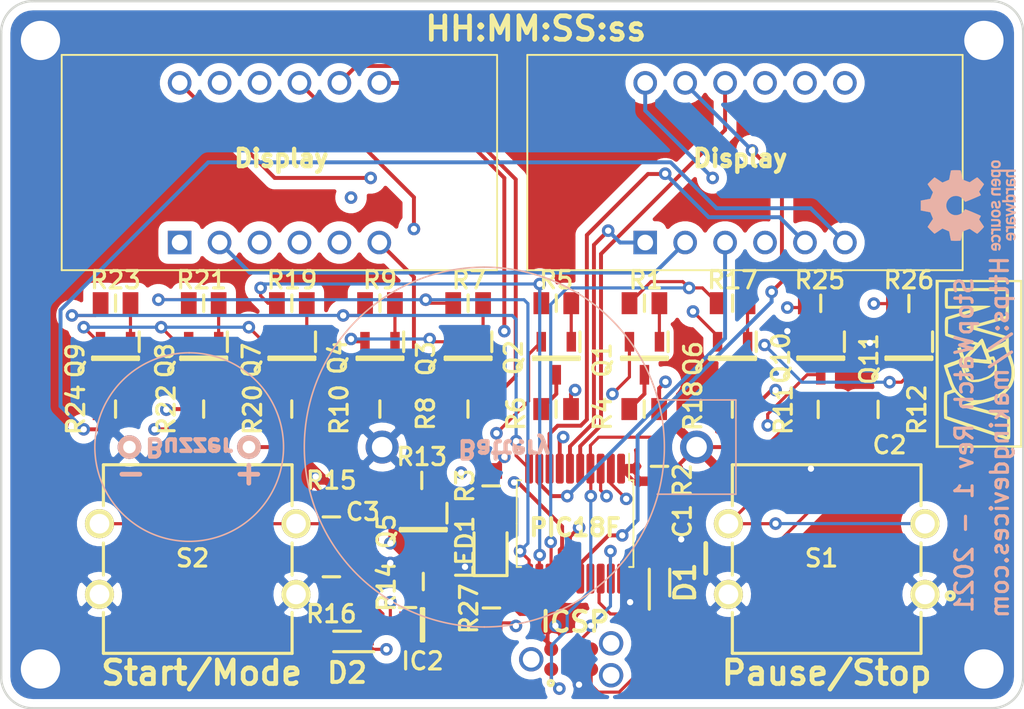
<source format=kicad_pcb>
(kicad_pcb (version 20171130) (host pcbnew "(5.1.10)-1")
  (layers (0 F.Cu signal hide) (1 In1.Cu signal hide) (2 In2.Cu signal hide) (31 B.Cu signal hide) (34 B.Paste user) (35 F.Paste user) (36 B.SilkS user) (37 F.SilkS user) (38 B.Mask user) (39 F.Mask user) (44 Edge.Cuts user))
  (net 0 "")
  (net 1 gnd)
  (net 2 +3V)
  (net 3 /B_2)
  (net 4 /B_1)
  (net 5 "Net-(IC1-Pad17)")
  (net 6 /D_a)
  (net 7 /D_b)
  (net 8 /D_c)
  (net 9 /C_1)
  (net 10 /C_2)
  (net 11 /C_3)
  (net 12 /C_4)
  (net 13 /D_dp)
  (net 14 /D_g)
  (net 15 /D_d)
  (net 16 /D_e)
  (net 17 /D_f)
  (net 18 /C_Buzzer)
  (net 19 "Net-(LED1-Pad2)")
  (net 20 "Net-(LS1-Pad1)")
  (net 21 "Net-(Q1-Pad3)")
  (net 22 "Net-(Q1-Pad1)")
  (net 23 "Net-(Q2-Pad3)")
  (net 24 "Net-(Q2-Pad1)")
  (net 25 "Net-(Q3-Pad3)")
  (net 26 "Net-(Q3-Pad1)")
  (net 27 "Net-(Q4-Pad3)")
  (net 28 "Net-(Q4-Pad1)")
  (net 29 "Net-(Q5-Pad3)")
  (net 30 "Net-(Q5-Pad1)")
  (net 31 /CC_1)
  (net 32 /CC_2)
  (net 33 /CC_3)
  (net 34 /CC_4)
  (net 35 "Net-(R11-Pad1)")
  (net 36 "Net-(R15-Pad1)")
  (net 37 /MCLR)
  (net 38 "Net-(J1-Pad6)")
  (net 39 /C_U13)
  (net 40 /C_display)
  (net 41 "Net-(IC2-Pad1)")
  (net 42 /U3)
  (net 43 "Net-(Q6-Pad3)")
  (net 44 /U1)
  (net 45 "Net-(Q6-Pad1)")
  (net 46 "Net-(Q7-Pad3)")
  (net 47 "Net-(Q7-Pad1)")
  (net 48 "Net-(Q8-Pad3)")
  (net 49 "Net-(Q8-Pad1)")
  (net 50 "Net-(Q9-Pad3)")
  (net 51 "Net-(Q9-Pad1)")
  (net 52 "Net-(Q10-Pad1)")
  (net 53 "Net-(Q11-Pad1)")
  (net 54 /CC_5)
  (net 55 /CC_6)
  (net 56 /CC_7)
  (net 57 /CC_8)
  (net 58 "Net-(C2-Pad1)")
  (net 59 "Net-(C3-Pad1)")
  (module SamacSys_Parts:B3F-4000 (layer F.Cu) (at 38.502 66.506)
    (fp_text reference S2 (at -0.33 -0.055) (layer F.SilkS) (effects (font (size 1.1 1.1) (thickness 0.2))))
    (fp_text value B3F-4050-SamacSys_Parts hide)
    (pad 4 thru_hole circle (at -6.25 -2.25 90) (size 1.85 1.85) (drill 1.25) (layers *.Cu *.Mask F.SilkS) (net 36 "Net-(R15-Pad1)"))
    (pad 3 thru_hole circle (at 6.25 -2.25 90) (size 1.85 1.85) (drill 1.25) (layers *.Cu *.Mask F.SilkS) (net 36 "Net-(R15-Pad1)"))
    (pad 2 thru_hole circle (at -6.25 2.25 90) (size 1.85 1.85) (drill 1.25) (layers *.Cu *.Mask F.SilkS) (net 1 gnd))
    (pad 1 thru_hole circle (at 6.25 2.25 90) (size 1.85 1.85) (drill 1.25) (layers *.Cu *.Mask F.SilkS) (net 1 gnd))
  )
  (module Package_SO:SSOP-20_5.3x7.2mm_P0.65mm (layer F.Cu) (at 62.5 64.25 270)
    (fp_text reference IC1 hide)
    (fp_text value PIC18LF14K50-I_SO hide)
    (pad 20 smd roundrect (at 3.5 -2.925 270) (size 1.9 0.5) (layers F.Cu F.Paste F.Mask) (net 1 gnd))
    (pad 19 smd roundrect (at 3.5 -2.275 270) (size 1.9 0.5) (layers F.Cu F.Paste F.Mask) (net 4 /B_1))
    (pad 18 smd roundrect (at 3.5 -1.625 270) (size 1.9 0.5) (layers F.Cu F.Paste F.Mask) (net 3 /B_2))
    (pad 17 smd roundrect (at 3.5 -0.975 270) (size 1.9 0.5) (layers F.Cu F.Paste F.Mask) (net 5 "Net-(IC1-Pad17)"))
    (pad 16 smd roundrect (at 3.5 -0.325 270) (size 1.9 0.5) (layers F.Cu F.Paste F.Mask) (net 6 /D_a))
    (pad 15 smd roundrect (at 3.5 0.325 270) (size 1.9 0.5) (layers F.Cu F.Paste F.Mask) (net 7 /D_b))
    (pad 14 smd roundrect (at 3.5 0.975 270) (size 1.9 0.5) (layers F.Cu F.Paste F.Mask) (net 8 /D_c))
    (pad 13 smd roundrect (at 3.5 1.625 270) (size 1.9 0.5) (layers F.Cu F.Paste F.Mask) (net 9 /C_1))
    (pad 12 smd roundrect (at 3.5 2.275 270) (size 1.9 0.5) (layers F.Cu F.Paste F.Mask) (net 10 /C_2))
    (pad 11 smd roundrect (at 3.5 2.925 270) (size 1.9 0.5) (layers F.Cu F.Paste F.Mask) (net 11 /C_3))
    (pad 10 smd roundrect (at -3.5 2.925 270) (size 1.9 0.5) (layers F.Cu F.Paste F.Mask) (net 12 /C_4))
    (pad 9 smd roundrect (at -3.5 2.275 270) (size 1.9 0.5) (layers F.Cu F.Paste F.Mask) (net 13 /D_dp))
    (pad 8 smd roundrect (at -3.5 1.625 270) (size 1.9 0.5) (layers F.Cu F.Paste F.Mask) (net 14 /D_g))
    (pad 7 smd roundrect (at -3.5 0.975 270) (size 1.9 0.5) (layers F.Cu F.Paste F.Mask) (net 15 /D_d))
    (pad 6 smd roundrect (at -3.5 0.325 270) (size 1.9 0.5) (layers F.Cu F.Paste F.Mask) (net 16 /D_e))
    (pad 5 smd roundrect (at -3.5 -0.325 270) (size 1.9 0.5) (layers F.Cu F.Paste F.Mask) (net 17 /D_f))
    (pad 4 smd roundrect (at -3.5 -0.975 270) (size 1.9 0.5) (layers F.Cu F.Paste F.Mask) (net 37 /MCLR))
    (pad 3 smd roundrect (at -3.5 -1.625 270) (size 1.9 0.5) (layers F.Cu F.Paste F.Mask) (net 39 /C_U13))
    (pad 2 smd roundrect (at -3.5 -2.275 270) (size 1.9 0.5) (layers F.Cu F.Paste F.Mask) (net 18 /C_Buzzer))
    (pad 1 smd roundrect (at -3.5 -2.925 270) (size 1.9 0.5) (layers F.Cu F.Paste F.Mask) (net 2 +3V))
  )
  (module Library_Loader:TC2030-MCP-NL (layer F.Cu) (at 62.25 72.885)
    (fp_text reference J1 hide)
    (fp_text value TC2030-MCP-NL hide)
    (fp_text user ICSP (at 0.25 -2.385) (layer F.SilkS) (effects (font (size 1.27 1.27) (thickness 0.254))))
    (pad 9 thru_hole circle (at 2.54 1.016) (size 1.55 1.55) (drill 1.0668) (layers *.Cu *.Mask))
    (pad 8 thru_hole circle (at 2.54 -1.016) (size 1.55 1.55) (drill 1.0668) (layers *.Cu *.Mask))
    (pad 7 thru_hole circle (at -2.54 0) (size 1.55 1.55) (drill 1.0668) (layers *.Cu *.Mask))
    (pad 6 smd circle (at 1.27 -0.635 90) (size 0.889 0.889) (layers F.Cu F.Paste F.Mask) (net 38 "Net-(J1-Pad6)"))
    (pad 5 smd circle (at 1.27 0.635 90) (size 0.889 0.889) (layers F.Cu F.Paste F.Mask) (net 3 /B_2))
    (pad 4 smd circle (at 0 -0.635 90) (size 0.889 0.889) (layers F.Cu F.Paste F.Mask) (net 4 /B_1))
    (pad 3 smd circle (at 0 0.635 90) (size 0.889 0.889) (layers F.Cu F.Paste F.Mask) (net 1 gnd))
    (pad 2 smd circle (at -1.27 -0.635 90) (size 0.889 0.889) (layers F.Cu F.Paste F.Mask) (net 2 +3V))
    (pad 1 smd circle (at -1.27 0.635 90) (size 0.889 0.889) (layers F.Cu F.Paste F.Mask) (net 37 /MCLR))
  )
  (module Library_Loader:SOD2513X120N (layer F.Cu) (at 48 71.75 180)
    (fp_text reference D2 (at 0 -2) (layer F.SilkS) (effects (font (size 1.27 1.27) (thickness 0.254))))
    (fp_text value ZLLS410TA hide)
    (pad 2 smd rect (at 1.162 0 270) (size 0.5 1.075) (layers F.Cu F.Paste F.Mask) (net 59 "Net-(C3-Pad1)"))
    (pad 1 smd rect (at -1.162 0 270) (size 0.5 1.075) (layers F.Cu F.Paste F.Mask) (net 4 /B_1))
  )
  (module Library_Loader:SOD2513X120N (layer F.Cu) (at 67.87 68 90)
    (fp_text reference D1 (at 0 1.63 90) (layer F.SilkS) (effects (font (size 1.27 1.27) (thickness 0.254))))
    (fp_text value ZLLS410TA hide)
    (pad 2 smd rect (at 1.162 0 180) (size 0.5 1.075) (layers F.Cu F.Paste F.Mask) (net 58 "Net-(C2-Pad1)"))
    (pad 1 smd rect (at -1.162 0 180) (size 0.5 1.075) (layers F.Cu F.Paste F.Mask) (net 3 /B_2))
  )
  (module User:4Display-7segment (layer F.Cu) (at 73.43 40.5 90)
    (fp_text reference U3 hide)
    (fp_text value CC56-12EWA hide)
    (pad 5 thru_hole circle (at -5.86 3.69 90) (size 1.5 1.5) (drill 1) (layers *.Cu *.Mask) (net 14 /D_g))
    (pad 11 thru_hole circle (at 4.3 -3.93 90) (size 1.5 1.5) (drill 1) (layers *.Cu *.Mask) (net 6 /D_a))
    (pad 12 thru_hole circle (at 4.3 -6.47 90) (size 1.5 1.5) (drill 1) (layers *.Cu *.Mask) (net 54 /CC_5))
    (pad 10 thru_hole circle (at 4.3 -1.39 90) (size 1.5 1.5) (drill 1) (layers *.Cu *.Mask) (net 17 /D_f))
    (pad 9 thru_hole circle (at 4.3 1.15 90) (size 1.5 1.5) (drill 1) (layers *.Cu *.Mask) (net 55 /CC_6))
    (pad 8 thru_hole circle (at 4.3 3.69 90) (size 1.5 1.5) (drill 1) (layers *.Cu *.Mask) (net 56 /CC_7))
    (pad 6 thru_hole circle (at -5.86 6.23 90) (size 1.5 1.5) (drill 1) (layers *.Cu *.Mask) (net 57 /CC_8))
    (pad 7 thru_hole circle (at 4.3 6.23 90) (size 1.5 1.5) (drill 1) (layers *.Cu *.Mask) (net 7 /D_b))
    (pad 3 thru_hole circle (at -5.86 -1.39 90) (size 1.5 1.5) (drill 1) (layers *.Cu *.Mask) (net 13 /D_dp))
    (pad 4 thru_hole circle (at -5.86 1.15 90) (size 1.5 1.5) (drill 1) (layers *.Cu *.Mask) (net 8 /D_c))
    (pad 1 thru_hole rect (at -5.86 -6.47 90) (size 1.5 1.5) (drill 1) (layers *.Cu *.Mask) (net 16 /D_e))
    (pad 2 thru_hole circle (at -5.86 -3.93 90) (size 1.5 1.5) (drill 1) (layers *.Cu *.Mask) (net 15 /D_d))
  )
  (module Display_7Segment:CA56-12EWA (layer F.Cu) (at 37.35 46.36 90)
    (fp_text reference U1 hide)
    (fp_text value CC56-12EWA hide)
    (pad 12 thru_hole circle (at 10.16 0 90) (size 1.5 1.5) (drill 1) (layers *.Cu *.Mask) (net 31 /CC_1))
    (pad 11 thru_hole circle (at 10.16 2.54 90) (size 1.5 1.5) (drill 1) (layers *.Cu *.Mask) (net 6 /D_a))
    (pad 10 thru_hole circle (at 10.16 5.08 90) (size 1.5 1.5) (drill 1) (layers *.Cu *.Mask) (net 17 /D_f))
    (pad 9 thru_hole circle (at 10.16 7.62 90) (size 1.5 1.5) (drill 1) (layers *.Cu *.Mask) (net 32 /CC_2))
    (pad 8 thru_hole circle (at 10.16 10.16 90) (size 1.5 1.5) (drill 1) (layers *.Cu *.Mask) (net 33 /CC_3))
    (pad 7 thru_hole circle (at 10.16 12.7 90) (size 1.5 1.5) (drill 1) (layers *.Cu *.Mask) (net 7 /D_b))
    (pad 6 thru_hole circle (at 0 12.7 90) (size 1.5 1.5) (drill 1) (layers *.Cu *.Mask) (net 34 /CC_4))
    (pad 5 thru_hole circle (at 0 10.16 90) (size 1.5 1.5) (drill 1) (layers *.Cu *.Mask) (net 14 /D_g))
    (pad 4 thru_hole circle (at 0 7.62 90) (size 1.5 1.5) (drill 1) (layers *.Cu *.Mask) (net 8 /D_c))
    (pad 3 thru_hole circle (at 0 5.08 90) (size 1.5 1.5) (drill 1) (layers *.Cu *.Mask) (net 13 /D_dp))
    (pad 2 thru_hole circle (at 0 2.54 90) (size 1.5 1.5) (drill 1) (layers *.Cu *.Mask) (net 15 /D_d))
    (pad 1 thru_hole rect (at 0 0 90) (size 1.5 1.5) (drill 1) (layers *.Cu *.Mask) (net 16 /D_e))
  )
  (module SamacSys_Parts:RESC2012X65N (layer F.Cu) (at 57.1818 69.6185 270)
    (fp_text reference R27 (at 0.0508 1.43178 90) (layer F.SilkS) (effects (font (size 1.1 1.1) (thickness 0.2))))
    (fp_text value 10k hide)
    (pad 2 smd rect (at 0.95 0 270) (size 1 1.4) (layers F.Cu F.Paste F.Mask) (net 40 /C_display))
    (pad 1 smd rect (at -0.95 0 270) (size 1 1.4) (layers F.Cu F.Paste F.Mask) (net 2 +3V))
  )
  (module SamacSys_Parts:RESC2012X65N (layer F.Cu) (at 83.73 50.24)
    (fp_text reference R26 (at 0 -1.49) (layer F.SilkS) (effects (font (size 1.1 1.1) (thickness 0.2))))
    (fp_text value 100 hide)
    (pad 2 smd rect (at 0.95 0) (size 1 1.4) (layers F.Cu F.Paste F.Mask) (net 53 "Net-(Q11-Pad1)"))
    (pad 1 smd rect (at -0.95 0) (size 1 1.4) (layers F.Cu F.Paste F.Mask) (net 40 /C_display))
  )
  (module SamacSys_Parts:RESC2012X65N (layer F.Cu) (at 78.1237 50.23)
    (fp_text reference R25 (at -0.0568 -1.48) (layer F.SilkS) (effects (font (size 1.1 1.1) (thickness 0.2))))
    (fp_text value 4k7 hide)
    (pad 2 smd rect (at 0.95 0) (size 1 1.4) (layers F.Cu F.Paste F.Mask) (net 52 "Net-(Q10-Pad1)"))
    (pad 1 smd rect (at -0.95 0) (size 1 1.4) (layers F.Cu F.Paste F.Mask) (net 39 /C_U13))
  )
  (module SamacSys_Parts:RESC2012X65N (layer F.Cu) (at 33.2734 56.96)
    (fp_text reference R24 (at -2.5234 0.04 90) (layer F.SilkS) (effects (font (size 1.1 1.1) (thickness 0.2))))
    (fp_text value 220 hide)
    (pad 2 smd rect (at 0.95 0) (size 1 1.4) (layers F.Cu F.Paste F.Mask) (net 57 /CC_8))
    (pad 1 smd rect (at -0.95 0) (size 1 1.4) (layers F.Cu F.Paste F.Mask) (net 50 "Net-(Q9-Pad3)"))
  )
  (module SamacSys_Parts:RESC2012X65N (layer F.Cu) (at 33.2734 50.221)
    (fp_text reference R23 (at 0 -1.471) (layer F.SilkS) (effects (font (size 1.1 1.1) (thickness 0.2))))
    (fp_text value 4k7 hide)
    (pad 2 smd rect (at 0.95 0) (size 1 1.4) (layers F.Cu F.Paste F.Mask) (net 51 "Net-(Q9-Pad1)"))
    (pad 1 smd rect (at -0.95 0) (size 1 1.4) (layers F.Cu F.Paste F.Mask) (net 12 /C_4))
  )
  (module SamacSys_Parts:RESC2012X65N (layer F.Cu) (at 38.8772 56.96 180)
    (fp_text reference R22 (at 2.3772 -0.04 90) (layer F.SilkS) (effects (font (size 1.1 1.1) (thickness 0.2))))
    (fp_text value 220 hide)
    (pad 2 smd rect (at 0.95 0 180) (size 1 1.4) (layers F.Cu F.Paste F.Mask) (net 56 /CC_7))
    (pad 1 smd rect (at -0.95 0 180) (size 1 1.4) (layers F.Cu F.Paste F.Mask) (net 48 "Net-(Q8-Pad3)"))
  )
  (module SamacSys_Parts:RESC2012X65N (layer F.Cu) (at 38.8797 50.221)
    (fp_text reference R21 (at -0.1297 -1.471) (layer F.SilkS) (effects (font (size 1.1 1.1) (thickness 0.2))))
    (fp_text value 4k7 hide)
    (pad 2 smd rect (at 0.95 0) (size 1 1.4) (layers F.Cu F.Paste F.Mask) (net 49 "Net-(Q8-Pad1)"))
    (pad 1 smd rect (at -0.95 0) (size 1 1.4) (layers F.Cu F.Paste F.Mask) (net 11 /C_3))
  )
  (module SamacSys_Parts:RESC2012X65N (layer F.Cu) (at 44.481 56.96 180)
    (fp_text reference R20 (at 2.481 -0.04 90) (layer F.SilkS) (effects (font (size 1.1 1.1) (thickness 0.2))))
    (fp_text value 220 hide)
    (pad 2 smd rect (at 0.95 0 180) (size 1 1.4) (layers F.Cu F.Paste F.Mask) (net 55 /CC_6))
    (pad 1 smd rect (at -0.95 0 180) (size 1 1.4) (layers F.Cu F.Paste F.Mask) (net 46 "Net-(Q7-Pad3)"))
  )
  (module SamacSys_Parts:RESC2012X65N (layer F.Cu) (at 44.486 50.221)
    (fp_text reference R19 (at 0.014024 -1.471) (layer F.SilkS) (effects (font (size 1.1 1.1) (thickness 0.2))))
    (fp_text value 4k7 hide)
    (pad 2 smd rect (at 0.95 0) (size 1 1.4) (layers F.Cu F.Paste F.Mask) (net 47 "Net-(Q7-Pad1)"))
    (pad 1 smd rect (at -0.95 0) (size 1 1.4) (layers F.Cu F.Paste F.Mask) (net 10 /C_2))
  )
  (module SamacSys_Parts:RESC2012X65N (layer F.Cu) (at 72.5 56.96)
    (fp_text reference R18 (at -2.5 -0.21 90) (layer F.SilkS) (effects (font (size 1.1 1.1) (thickness 0.2))))
    (fp_text value 220 hide)
    (pad 2 smd rect (at 0.95 0) (size 1 1.4) (layers F.Cu F.Paste F.Mask) (net 54 /CC_5))
    (pad 1 smd rect (at -0.95 0) (size 1 1.4) (layers F.Cu F.Paste F.Mask) (net 43 "Net-(Q6-Pad3)"))
  )
  (module SamacSys_Parts:RESC2012X65N (layer F.Cu) (at 72.5174 50.221)
    (fp_text reference R17 (at 0 -1.471) (layer F.SilkS) (effects (font (size 1.1 1.1) (thickness 0.2))))
    (fp_text value 4k7 hide)
    (pad 2 smd rect (at 0.95 0) (size 1 1.4) (layers F.Cu F.Paste F.Mask) (net 45 "Net-(Q6-Pad1)"))
    (pad 1 smd rect (at -0.95 0) (size 1 1.4) (layers F.Cu F.Paste F.Mask) (net 9 /C_1))
  )
  (module SamacSys_Parts:SOT96P237X111-3N (layer F.Cu) (at 83.73 53.7226 270)
    (fp_text reference Q11 (at 0.0508 2.54 90) (layer F.SilkS) (effects (font (size 1.1 1.1) (thickness 0.2))))
    (fp_text value SMMBT5551LT1G hide)
    (pad 3 smd rect (at 1.05 0) (size 0.6 1.25) (layers F.Cu F.Paste F.Mask) (net 42 /U3))
    (pad 2 smd rect (at -1.05 0.955) (size 0.6 1.25) (layers F.Cu F.Paste F.Mask) (net 1 gnd))
    (pad 1 smd rect (at -1.05 -0.955) (size 0.6 1.25) (layers F.Cu F.Paste F.Mask) (net 53 "Net-(Q11-Pad1)"))
  )
  (module SamacSys_Parts:SOT96P237X111-3N (layer F.Cu) (at 78.1237 53.7218 270)
    (fp_text reference Q10 (at 0 2.54 90) (layer F.SilkS) (effects (font (size 1.1 1.1) (thickness 0.2))))
    (fp_text value SMMBT5551LT1G hide)
    (pad 3 smd rect (at 1.05 0) (size 0.6 1.25) (layers F.Cu F.Paste F.Mask) (net 44 /U1))
    (pad 2 smd rect (at -1.05 0.955) (size 0.6 1.25) (layers F.Cu F.Paste F.Mask) (net 1 gnd))
    (pad 1 smd rect (at -1.05 -0.955) (size 0.6 1.25) (layers F.Cu F.Paste F.Mask) (net 52 "Net-(Q10-Pad1)"))
  )
  (module SamacSys_Parts:SOT96P237X111-3N (layer F.Cu) (at 33.2734 53.7262 270)
    (fp_text reference Q9 (at 0.1524 2.5654 90) (layer F.SilkS) (effects (font (size 1.1 1.1) (thickness 0.2))))
    (fp_text value SMMBT5551LT1G hide)
    (pad 3 smd rect (at 1.05 0) (size 0.6 1.25) (layers F.Cu F.Paste F.Mask) (net 50 "Net-(Q9-Pad3)"))
    (pad 2 smd rect (at -1.05 0.955) (size 0.6 1.25) (layers F.Cu F.Paste F.Mask) (net 44 /U1))
    (pad 1 smd rect (at -1.05 -0.955) (size 0.6 1.25) (layers F.Cu F.Paste F.Mask) (net 51 "Net-(Q9-Pad1)"))
  )
  (module SamacSys_Parts:SOT96P237X111-3N (layer F.Cu) (at 38.8797 53.7262 270)
    (fp_text reference Q8 (at 0.1524 2.4638 90) (layer F.SilkS) (effects (font (size 1.1 1.1) (thickness 0.2))))
    (fp_text value SMMBT5551LT1G hide)
    (pad 3 smd rect (at 1.05 0) (size 0.6 1.25) (layers F.Cu F.Paste F.Mask) (net 48 "Net-(Q8-Pad3)"))
    (pad 2 smd rect (at -1.05 0.955) (size 0.6 1.25) (layers F.Cu F.Paste F.Mask) (net 44 /U1))
    (pad 1 smd rect (at -1.05 -0.955) (size 0.6 1.25) (layers F.Cu F.Paste F.Mask) (net 49 "Net-(Q8-Pad1)"))
  )
  (module SamacSys_Parts:SOT96P237X111-3N (layer F.Cu) (at 44.486 53.7262 270)
    (fp_text reference Q7 (at 0.127 2.5654 90) (layer F.SilkS) (effects (font (size 1.1 1.1) (thickness 0.2))))
    (fp_text value SMMBT5551LT1G hide)
    (pad 3 smd rect (at 1.05 0) (size 0.6 1.25) (layers F.Cu F.Paste F.Mask) (net 46 "Net-(Q7-Pad3)"))
    (pad 2 smd rect (at -1.05 0.955) (size 0.6 1.25) (layers F.Cu F.Paste F.Mask) (net 44 /U1))
    (pad 1 smd rect (at -1.05 -0.955) (size 0.6 1.25) (layers F.Cu F.Paste F.Mask) (net 47 "Net-(Q7-Pad1)"))
  )
  (module SamacSys_Parts:SOT96P237X111-3N (layer F.Cu) (at 72.5174 53.7262 270)
    (fp_text reference Q6 (at 0.0238 2.517416 90) (layer F.SilkS) (effects (font (size 1.1 1.1) (thickness 0.2))))
    (fp_text value SMMBT5551LT1G hide)
    (pad 3 smd rect (at 1.05 0) (size 0.6 1.25) (layers F.Cu F.Paste F.Mask) (net 43 "Net-(Q6-Pad3)"))
    (pad 2 smd rect (at -1.05 0.955) (size 0.6 1.25) (layers F.Cu F.Paste F.Mask) (net 44 /U1))
    (pad 1 smd rect (at -1.05 -0.955) (size 0.6 1.25) (layers F.Cu F.Paste F.Mask) (net 45 "Net-(Q6-Pad1)"))
  )
  (module SamacSys_Parts_2:SOT65P212X110-5N (layer F.Cu) (at 52.7971 70.69)
    (fp_text reference IC2 hide)
    (fp_text value 74LVC1G06GW,125 hide)
    (fp_text user %R (at 0 2.31004) (layer F.SilkS) (effects (font (size 1.1 1.1) (thickness 0.2))))
    (pad 5 smd rect (at 0.95 -0.65 90) (size 0.4 1.05) (layers F.Cu F.Paste F.Mask) (net 2 +3V))
    (pad 4 smd rect (at 0.95 0.65 90) (size 0.4 1.05) (layers F.Cu F.Paste F.Mask) (net 40 /C_display))
    (pad 3 smd rect (at -0.95 0.65 90) (size 0.4 1.05) (layers F.Cu F.Paste F.Mask) (net 1 gnd))
    (pad 2 smd rect (at -0.95 0 90) (size 0.4 1.05) (layers F.Cu F.Paste F.Mask) (net 39 /C_U13))
    (pad 1 smd rect (at -0.95 -0.65 90) (size 0.4 1.05) (layers F.Cu F.Paste F.Mask) (net 41 "Net-(IC2-Pad1)"))
  )
  (module Symbol:OSHW-Logo_5.7x6mm_SilkScreen (layer B.Cu) (at 87.5 44 270)
    (fp_text reference REF** hide)
    (fp_text value OSHW-Logo_5.7x6mm_SilkScreen hide)
  )
  (module MDV:logo_MDV_3 (layer F.Cu) (at 88.2015 54.06898 270)
    (fp_text reference G*** hide)
    (fp_text value LOGO hide)
  )
  (module SamacSys_Parts:B3F-4000 (layer F.Cu) (at 78.502 66.506)
    (fp_text reference S1 (at -0.33 -0.055) (layer F.SilkS) (effects (font (size 1.1 1.1) (thickness 0.2))))
    (fp_text value B3F-4050-SamacSys_Parts hide)
    (pad 4 thru_hole circle (at -6.25 -2.25 90) (size 1.85 1.85) (drill 1.25) (layers *.Cu *.Mask F.SilkS) (net 35 "Net-(R11-Pad1)"))
    (pad 3 thru_hole circle (at 6.25 -2.25 90) (size 1.85 1.85) (drill 1.25) (layers *.Cu *.Mask F.SilkS) (net 35 "Net-(R11-Pad1)"))
    (pad 2 thru_hole circle (at -6.25 2.25 90) (size 1.85 1.85) (drill 1.25) (layers *.Cu *.Mask F.SilkS) (net 1 gnd))
    (pad 1 thru_hole circle (at 6.25 2.25 90) (size 1.85 1.85) (drill 1.25) (layers *.Cu *.Mask F.SilkS) (net 1 gnd))
  )
  (module SamacSys_Parts_2:CH0752032 (layer B.Cu) (at 70.2285 59.3787 90)
    (fp_text reference U2 hide)
    (fp_text value CH075-2032 hide)
    (pad 2 thru_hole circle (at 0 -20 90) (size 2.1 2.1) (drill 1.3) (layers *.Cu *.Mask) (net 1 gnd))
    (pad 1 thru_hole circle (at 0 0 90) (size 2.1 2.1) (drill 1.3) (layers *.Cu *.Mask) (net 2 +3V))
  )
  (module SamacSys_Parts:RESC2012X65N (layer F.Cu) (at 47.0038 67.6331 270)
    (fp_text reference R16 (at 2.3669 0.0038 180) (layer F.SilkS) (effects (font (size 1.1 1.1) (thickness 0.2))))
    (fp_text value 10k hide)
    (pad 2 smd rect (at 0.95 0 270) (size 1 1.4) (layers F.Cu F.Paste F.Mask) (net 59 "Net-(C3-Pad1)"))
    (pad 1 smd rect (at -0.95 0 270) (size 1 1.4) (layers F.Cu F.Paste F.Mask) (net 36 "Net-(R15-Pad1)"))
  )
  (module SamacSys_Parts:RESC2012X65N (layer F.Cu) (at 47.0038 63.8231 90)
    (fp_text reference R15 (at 2.3231 -0.0038) (layer F.SilkS) (effects (font (size 1.1 1.1) (thickness 0.2))))
    (fp_text value 10k hide)
    (pad 2 smd rect (at 0.95 0 90) (size 1 1.4) (layers F.Cu F.Paste F.Mask) (net 2 +3V))
    (pad 1 smd rect (at -0.95 0 90) (size 1 1.4) (layers F.Cu F.Paste F.Mask) (net 36 "Net-(R15-Pad1)"))
  )
  (module SamacSys_Parts:RESC2012X65N (layer F.Cu) (at 52.846 67.936)
    (fp_text reference R14 (at -2.346 0.314 90) (layer F.SilkS) (effects (font (size 1.1 1.1) (thickness 0.2))))
    (fp_text value 220 hide)
    (pad 2 smd rect (at 0.95 0) (size 1 1.4) (layers F.Cu F.Paste F.Mask) (net 29 "Net-(Q5-Pad3)"))
    (pad 1 smd rect (at -0.95 0) (size 1 1.4) (layers F.Cu F.Paste F.Mask) (net 2 +3V))
  )
  (module SamacSys_Parts:RESC2012X65N (layer F.Cu) (at 52.75 61.5)
    (fp_text reference R13 (at 0 -1.5) (layer F.SilkS) (effects (font (size 1.1 1.1) (thickness 0.2))))
    (fp_text value 4k7 hide)
    (pad 2 smd rect (at 0.95 0) (size 1 1.4) (layers F.Cu F.Paste F.Mask) (net 30 "Net-(Q5-Pad1)"))
    (pad 1 smd rect (at -0.95 0) (size 1 1.4) (layers F.Cu F.Paste F.Mask) (net 18 /C_Buzzer))
  )
  (module SamacSys_Parts:RESC2012X65N (layer F.Cu) (at 81.772 56.982)
    (fp_text reference R12 (at 2.478 0.018 270) (layer F.SilkS) (effects (font (size 1.1 1.1) (thickness 0.2))))
    (fp_text value 10k hide)
    (pad 2 smd rect (at 0.95 0) (size 1 1.4) (layers F.Cu F.Paste F.Mask) (net 58 "Net-(C2-Pad1)"))
    (pad 1 smd rect (at -0.95 0) (size 1 1.4) (layers F.Cu F.Paste F.Mask) (net 35 "Net-(R11-Pad1)"))
  )
  (module SamacSys_Parts:RESC2012X65N (layer F.Cu) (at 77.962 56.982 180)
    (fp_text reference R11 (at 2.212 -0.018 90) (layer F.SilkS) (effects (font (size 1.1 1.1) (thickness 0.2))))
    (fp_text value 10k hide)
    (pad 2 smd rect (at 0.95 0 180) (size 1 1.4) (layers F.Cu F.Paste F.Mask) (net 2 +3V))
    (pad 1 smd rect (at -0.95 0 180) (size 1 1.4) (layers F.Cu F.Paste F.Mask) (net 35 "Net-(R11-Pad1)"))
  )
  (module SamacSys_Parts:RESC2012X65N (layer F.Cu) (at 50.0848 56.96)
    (fp_text reference R10 (at -2.5848 0.04 270) (layer F.SilkS) (effects (font (size 1.1 1.1) (thickness 0.2))))
    (fp_text value 220 hide)
    (pad 2 smd rect (at 0.95 0) (size 1 1.4) (layers F.Cu F.Paste F.Mask) (net 34 /CC_4))
    (pad 1 smd rect (at -0.95 0) (size 1 1.4) (layers F.Cu F.Paste F.Mask) (net 27 "Net-(Q4-Pad3)"))
  )
  (module SamacSys_Parts:RESC2012X65N (layer F.Cu) (at 50.0923 50.221)
    (fp_text reference R9 (at 0 -1.471) (layer F.SilkS) (effects (font (size 1.1 1.1) (thickness 0.2))))
    (fp_text value 4k7 hide)
    (pad 2 smd rect (at 0.95 0) (size 1 1.4) (layers F.Cu F.Paste F.Mask) (net 28 "Net-(Q4-Pad1)"))
    (pad 1 smd rect (at -0.95 0) (size 1 1.4) (layers F.Cu F.Paste F.Mask) (net 12 /C_4))
  )
  (module SamacSys_Parts:RESC2012X65N (layer F.Cu) (at 55.6886 56.96)
    (fp_text reference R8 (at -2.6886 0.29 90) (layer F.SilkS) (effects (font (size 1.1 1.1) (thickness 0.2))))
    (fp_text value 220 hide)
    (pad 2 smd rect (at 0.95 0) (size 1 1.4) (layers F.Cu F.Paste F.Mask) (net 33 /CC_3))
    (pad 1 smd rect (at -0.95 0) (size 1 1.4) (layers F.Cu F.Paste F.Mask) (net 25 "Net-(Q3-Pad3)"))
  )
  (module SamacSys_Parts:RESC2012X65N (layer F.Cu) (at 55.6986 50.221)
    (fp_text reference R7 (at 0.051448 -1.471) (layer F.SilkS) (effects (font (size 1.1 1.1) (thickness 0.2))))
    (fp_text value 4k7 hide)
    (pad 2 smd rect (at 0.95 0) (size 1 1.4) (layers F.Cu F.Paste F.Mask) (net 26 "Net-(Q3-Pad1)"))
    (pad 1 smd rect (at -0.95 0) (size 1 1.4) (layers F.Cu F.Paste F.Mask) (net 11 /C_3))
  )
  (module SamacSys_Parts:RESC2012X65N (layer F.Cu) (at 61.2924 56.96)
    (fp_text reference R6 (at -2.5424 0.29 90) (layer F.SilkS) (effects (font (size 1.1 1.1) (thickness 0.2))))
    (fp_text value 220 hide)
    (pad 2 smd rect (at 0.95 0) (size 1 1.4) (layers F.Cu F.Paste F.Mask) (net 32 /CC_2))
    (pad 1 smd rect (at -0.95 0) (size 1 1.4) (layers F.Cu F.Paste F.Mask) (net 23 "Net-(Q2-Pad3)"))
  )
  (module SamacSys_Parts:RESC2012X65N (layer F.Cu) (at 61.3048 50.221)
    (fp_text reference R5 (at 0 -1.471) (layer F.SilkS) (effects (font (size 1.1 1.1) (thickness 0.2))))
    (fp_text value 4k7 hide)
    (pad 2 smd rect (at 0.95 0) (size 1 1.4) (layers F.Cu F.Paste F.Mask) (net 24 "Net-(Q2-Pad1)"))
    (pad 1 smd rect (at -0.95 0) (size 1 1.4) (layers F.Cu F.Paste F.Mask) (net 10 /C_2))
  )
  (module SamacSys_Parts:RESC2012X65N (layer F.Cu) (at 66.8962 56.96)
    (fp_text reference R4 (at -2.6462 0.29 90) (layer F.SilkS) (effects (font (size 1.1 1.1) (thickness 0.2))))
    (fp_text value 220 hide)
    (pad 2 smd rect (at 0.95 0) (size 1 1.4) (layers F.Cu F.Paste F.Mask) (net 31 /CC_1))
    (pad 1 smd rect (at -0.95 0) (size 1 1.4) (layers F.Cu F.Paste F.Mask) (net 21 "Net-(Q1-Pad3)"))
  )
  (module SamacSys_Parts:RESC2012X65N (layer F.Cu) (at 57.156 61.849 270)
    (fp_text reference R3 (at 0 1.656 90) (layer F.SilkS) (effects (font (size 1.1 1.1) (thickness 0.2))))
    (fp_text value 220 hide)
    (pad 2 smd rect (at 0.95 0 270) (size 1 1.4) (layers F.Cu F.Paste F.Mask) (net 19 "Net-(LED1-Pad2)"))
    (pad 1 smd rect (at -0.95 0 270) (size 1 1.4) (layers F.Cu F.Paste F.Mask) (net 18 /C_Buzzer))
  )
  (module SamacSys_Parts:RESC2012X65N (layer F.Cu) (at 67.87 60.604 90)
    (fp_text reference R2 (at -0.896 1.46 270) (layer F.SilkS) (effects (font (size 1.1 1.1) (thickness 0.2))))
    (fp_text value 10k hide)
    (pad 2 smd rect (at 0.95 0 90) (size 1 1.4) (layers F.Cu F.Paste F.Mask) (net 37 /MCLR))
    (pad 1 smd rect (at -0.95 0 90) (size 1 1.4) (layers F.Cu F.Paste F.Mask) (net 2 +3V))
  )
  (module SamacSys_Parts:RESC2012X65N (layer F.Cu) (at 66.9111 50.221)
    (fp_text reference R1 (at 0.088872 -1.471 180) (layer F.SilkS) (effects (font (size 1.1 1.1) (thickness 0.2))))
    (fp_text value 4k7 hide)
    (pad 2 smd rect (at 0.95 0) (size 1 1.4) (layers F.Cu F.Paste F.Mask) (net 22 "Net-(Q1-Pad1)"))
    (pad 1 smd rect (at -0.95 0) (size 1 1.4) (layers F.Cu F.Paste F.Mask) (net 9 /C_1))
  )
  (module SamacSys_Parts:SOT96P237X111-3N (layer F.Cu) (at 52.846 64.634 270)
    (fp_text reference Q5 (at 0.116 2.346 270) (layer F.SilkS) (effects (font (size 1.1 1.1) (thickness 0.2))))
    (fp_text value SMMBT5551LT1G hide)
    (pad 3 smd rect (at 1.05 0) (size 0.6 1.25) (layers F.Cu F.Paste F.Mask) (net 29 "Net-(Q5-Pad3)"))
    (pad 2 smd rect (at -1.05 0.955) (size 0.6 1.25) (layers F.Cu F.Paste F.Mask) (net 20 "Net-(LS1-Pad1)"))
    (pad 1 smd rect (at -1.05 -0.955) (size 0.6 1.25) (layers F.Cu F.Paste F.Mask) (net 30 "Net-(Q5-Pad1)"))
  )
  (module SamacSys_Parts:SOT96P237X111-3N (layer F.Cu) (at 50.0923 53.7262 270)
    (fp_text reference Q4 (at -0.0762 2.6924 90) (layer F.SilkS) (effects (font (size 1.1 1.1) (thickness 0.2))))
    (fp_text value SMMBT5551LT1G hide)
    (pad 3 smd rect (at 1.05 0) (size 0.6 1.25) (layers F.Cu F.Paste F.Mask) (net 27 "Net-(Q4-Pad3)"))
    (pad 2 smd rect (at -1.05 0.955) (size 0.6 1.25) (layers F.Cu F.Paste F.Mask) (net 42 /U3))
    (pad 1 smd rect (at -1.05 -0.955) (size 0.6 1.25) (layers F.Cu F.Paste F.Mask) (net 28 "Net-(Q4-Pad1)"))
  )
  (module SamacSys_Parts:SOT96P237X111-3N (layer F.Cu) (at 55.6986 53.7262 270)
    (fp_text reference Q3 (at 0.0254 2.6924 270) (layer F.SilkS) (effects (font (size 1.1 1.1) (thickness 0.2))))
    (fp_text value SMMBT5551LT1G hide)
    (pad 3 smd rect (at 1.05 0) (size 0.6 1.25) (layers F.Cu F.Paste F.Mask) (net 25 "Net-(Q3-Pad3)"))
    (pad 2 smd rect (at -1.05 0.955) (size 0.6 1.25) (layers F.Cu F.Paste F.Mask) (net 42 /U3))
    (pad 1 smd rect (at -1.05 -0.955) (size 0.6 1.25) (layers F.Cu F.Paste F.Mask) (net 26 "Net-(Q3-Pad1)"))
  )
  (module SamacSys_Parts:SOT96P237X111-3N (layer F.Cu) (at 61.3048 53.7262 270)
    (fp_text reference Q2 (at -0.0422 2.7178 270) (layer F.SilkS) (effects (font (size 1.1 1.1) (thickness 0.2))))
    (fp_text value SMMBT5551LT1G hide)
    (pad 3 smd rect (at 1.05 0) (size 0.6 1.25) (layers F.Cu F.Paste F.Mask) (net 23 "Net-(Q2-Pad3)"))
    (pad 2 smd rect (at -1.05 0.955) (size 0.6 1.25) (layers F.Cu F.Paste F.Mask) (net 42 /U3))
    (pad 1 smd rect (at -1.05 -0.955) (size 0.6 1.25) (layers F.Cu F.Paste F.Mask) (net 24 "Net-(Q2-Pad1)"))
  )
  (module SamacSys_Parts:SOT96P237X111-3N (layer F.Cu) (at 66.9111 53.7262 270)
    (fp_text reference Q1 (at 0.1184 2.6822 270) (layer F.SilkS) (effects (font (size 1.1 1.1) (thickness 0.2))))
    (fp_text value SMMBT5551LT1G hide)
    (pad 3 smd rect (at 1.05 0) (size 0.6 1.25) (layers F.Cu F.Paste F.Mask) (net 21 "Net-(Q1-Pad3)"))
    (pad 2 smd rect (at -1.05 0.955) (size 0.6 1.25) (layers F.Cu F.Paste F.Mask) (net 42 /U3))
    (pad 1 smd rect (at -1.05 -0.955) (size 0.6 1.25) (layers F.Cu F.Paste F.Mask) (net 22 "Net-(Q1-Pad1)"))
  )
  (module SamacSys_Parts:TMB12A05 (layer B.Cu) (at 41.7576 59.3787 270)
    (fp_text reference LS1 hide)
    (fp_text value TMB12A05 hide)
    (pad 2 thru_hole circle (at 0 7.6 180) (size 1.5 1.5) (drill 0.8) (layers *.Cu *.Mask B.SilkS) (net 1 gnd))
    (pad 1 thru_hole circle (at 0 0 180) (size 1.5 1.5) (drill 0.8) (layers *.Cu *.Mask B.SilkS) (net 20 "Net-(LS1-Pad1)"))
  )
  (module SamacSys_Parts:LEDC2012X90N (layer F.Cu) (at 57.122 65.782 90)
    (fp_text reference LED1 (at 0 -1.622 90) (layer F.SilkS) (effects (font (size 1.1 1.1) (thickness 0.2))))
    (fp_text value LTST-C171GKT hide)
    (pad 2 smd rect (at 0.95 0 90) (size 0.95 1.4) (layers F.Cu F.Paste F.Mask) (net 19 "Net-(LED1-Pad2)"))
    (pad 1 smd rect (at -0.95 0 90) (size 0.95 1.4) (layers F.Cu F.Paste F.Mask) (net 1 gnd))
  )
  (module SamacSys_Parts:CAPC2012X145N (layer F.Cu) (at 49.2898 65.6791 270)
    (fp_text reference C3 (at -2.1791 0.2898 180) (layer F.SilkS) (effects (font (size 1.1 1.1) (thickness 0.2))))
    (fp_text value 100nF hide)
    (pad 2 smd rect (at 0.84 0 270) (size 1.05 1.47) (layers F.Cu F.Paste F.Mask) (net 1 gnd))
    (pad 1 smd rect (at -0.84 0 270) (size 1.05 1.47) (layers F.Cu F.Paste F.Mask) (net 59 "Net-(C3-Pad1)"))
  )
  (module SamacSys_Parts:CAPC2012X145N (layer F.Cu) (at 79.818 59.268 180)
    (fp_text reference C2 (at -2.682 0.018 180) (layer F.SilkS) (effects (font (size 1.1 1.1) (thickness 0.2))))
    (fp_text value 100nF hide)
    (pad 2 smd rect (at 0.84 0 180) (size 1.05 1.47) (layers F.Cu F.Paste F.Mask) (net 1 gnd))
    (pad 1 smd rect (at -0.84 0 180) (size 1.05 1.47) (layers F.Cu F.Paste F.Mask) (net 58 "Net-(C2-Pad1)"))
  )
  (module SamacSys_Parts:CAPC2012X145N (layer F.Cu) (at 67.87 64.094 270)
    (fp_text reference C1 (at 0 -1.46 270) (layer F.SilkS) (effects (font (size 1.1 1.1) (thickness 0.2))))
    (fp_text value 100nF hide)
    (pad 2 smd rect (at 0.84 0 270) (size 1.05 1.47) (layers F.Cu F.Paste F.Mask) (net 1 gnd))
    (pad 1 smd rect (at -0.84 0 270) (size 1.05 1.47) (layers F.Cu F.Paste F.Mask) (net 2 +3V))
  )
  (gr_text Display (at 73 41) (layer F.SilkS) (effects (font (size 1.1 1.1) (thickness 0.3))))
  (gr_text - (at 34.25 61) (layer B.SilkS) (effects (font (size 1.5 1.5) (thickness 0.3))))
  (gr_text + (at 41.75 61) (layer B.SilkS) (effects (font (size 1.5 1.5) (thickness 0.3))))
  (gr_text Pause/Stop (at 78.5 73.75) (layer F.SilkS) (effects (font (size 1.5 1.5) (thickness 0.3))))
  (gr_text Start/Mode (at 38.75 73.75) (layer F.SilkS) (effects (font (size 1.5 1.5) (thickness 0.3))))
  (gr_text HH:MM:SS:ss (at 60 32.75) (layer F.SilkS) (effects (font (size 1.5 1.5) (thickness 0.3))))
  (gr_text Https://makingdevices.com (at 89.5 58.75 90) (layer B.SilkS) (effects (font (size 1.1 1.1) (thickness 0.2)) (justify mirror)))
  (gr_text "StopWatch Rev 1 - 2021" (at 87.25 59.25 90) (layer B.SilkS) (effects (font (size 1.1 1.1) (thickness 0.2)) (justify mirror)))
  (gr_text Battery (at 58 59.5 180) (layer B.SilkS) (effects (font (size 1.1 1.1) (thickness 0.3)) (justify mirror)))
  (gr_text - (at 71 66.46 270) (layer F.SilkS) (effects (font (size 2.5 2.5) (thickness 0.3))))
  (gr_text Display (at 43.82 41) (layer F.SilkS) (effects (font (size 1.1 1.1) (thickness 0.3))))
  (gr_text PIC18F (at 62.5 64.5) (layer F.SilkS) (effects (font (size 1.1 1.1) (thickness 0.25))))
  (gr_text Buzzer (at 37.9576 59.37866 180) (layer B.SilkS) (effects (font (size 1.1 1.1) (thickness 0.3)) (justify mirror)))
  (gr_arc (start 89 33) (end 91 33) (angle -90) (layer Edge.Cuts) (width 0.15))
  (gr_arc (start 89 74) (end 89 76) (angle -90) (layer Edge.Cuts) (width 0.15))
  (gr_arc (start 28 74) (end 26 74) (angle -90) (layer Edge.Cuts) (width 0.15))
  (gr_arc (start 28 33) (end 28 31) (angle -90) (layer Edge.Cuts) (width 0.15))
  (gr_line (start 89 76) (end 28 76) (layer Edge.Cuts) (width 0.15))
  (gr_line (start 91 33) (end 91 74) (layer Edge.Cuts) (width 0.15))
  (gr_line (start 28 31) (end 89 31) (layer Edge.Cuts) (width 0.15))
  (gr_line (start 26 74) (end 26 33) (layer Edge.Cuts) (width 0.15))
  (via (at 28.5 33.5) (size 3.75) (drill 2.5) (layers F.Cu B.Cu) (net 1))
  (via (at 88.5 33.5) (size 3.75) (drill 2.5) (layers F.Cu B.Cu) (net 1))
  (via (at 28.5 73.5) (size 3.75) (drill 2.5) (layers F.Cu B.Cu) (net 1))
  (via (at 88.5 73.5) (size 3.75) (drill 2.5) (layers F.Cu B.Cu) (net 1))
  (via (at 62.75 74.5) (size 0.8) (drill 0.4) (layers F.Cu B.Cu) (net 1))
  (segment (start 62.25 74) (end 62.75 74.5) (width 0.25) (layer F.Cu) (net 1))
  (segment (start 62.25 73.52) (end 62.25 74) (width 0.25) (layer F.Cu) (net 1))
  (via (at 66 69.25) (size 0.8) (drill 0.4) (layers F.Cu B.Cu) (net 1))
  (segment (start 66 68.325) (end 65.425 67.75) (width 0.25) (layer F.Cu) (net 1))
  (segment (start 66 69.25) (end 66 68.325) (width 0.25) (layer F.Cu) (net 1))
  (via (at 69.25 65.25) (size 0.8) (drill 0.4) (layers F.Cu B.Cu) (net 1))
  (segment (start 68.186 65.25) (end 67.87 64.934) (width 0.25) (layer F.Cu) (net 1))
  (segment (start 69.25 65.25) (end 68.186 65.25) (width 0.25) (layer F.Cu) (net 1))
  (via (at 55.5 67) (size 0.8) (drill 0.4) (layers F.Cu B.Cu) (net 1))
  (segment (start 56.854 67) (end 57.122 66.732) (width 0.25) (layer F.Cu) (net 1))
  (segment (start 55.5 67) (end 56.854 67) (width 0.25) (layer F.Cu) (net 1))
  (segment (start 49.2898 66.5191) (end 49.2898 69.0398) (width 0.25) (layer F.Cu) (net 1))
  (segment (start 49.2898 69.0398) (end 50.25 70) (width 0.25) (layer F.Cu) (net 1))
  (segment (start 51.187098 71.34) (end 51.8471 71.34) (width 0.25) (layer F.Cu) (net 1))
  (segment (start 50.25 70.402902) (end 51.187098 71.34) (width 0.25) (layer F.Cu) (net 1))
  (segment (start 50.25 70) (end 50.25 70.402902) (width 0.25) (layer F.Cu) (net 1))
  (via (at 50.75 66.75) (size 0.8) (drill 0.4) (layers F.Cu B.Cu) (net 1))
  (segment (start 49.5207 66.75) (end 49.2898 66.5191) (width 0.25) (layer F.Cu) (net 1))
  (segment (start 50.75 66.75) (end 49.5207 66.75) (width 0.25) (layer F.Cu) (net 1))
  (segment (start 77.1687 52.6718) (end 76.4969 52) (width 0.25) (layer F.Cu) (net 1))
  (via (at 76 52) (size 0.8) (drill 0.4) (layers F.Cu B.Cu) (net 1))
  (segment (start 76.4969 52) (end 76 52) (width 0.25) (layer F.Cu) (net 1))
  (via (at 81.25 52.75) (size 0.8) (drill 0.4) (layers F.Cu B.Cu) (net 1))
  (segment (start 82.6976 52.75) (end 82.775 52.6726) (width 0.25) (layer F.Cu) (net 1))
  (segment (start 81.25 52.75) (end 82.6976 52.75) (width 0.25) (layer F.Cu) (net 1))
  (via (at 77.5 60.75) (size 0.8) (drill 0.4) (layers F.Cu B.Cu) (net 1))
  (segment (start 77.5 60.746) (end 78.978 59.268) (width 0.25) (layer F.Cu) (net 1))
  (segment (start 77.5 60.75) (end 77.5 60.746) (width 0.25) (layer F.Cu) (net 1))
  (segment (start 80.5 52) (end 81.25 52.75) (width 0.25) (layer B.Cu) (net 1))
  (segment (start 76 52) (end 80.5 52) (width 0.25) (layer B.Cu) (net 1))
  (via (at 61.25 70.75) (size 0.8) (drill 0.4) (layers F.Cu B.Cu) (net 2))
  (segment (start 60.75 72.02) (end 60.98 72.25) (width 0.25) (layer F.Cu) (net 2))
  (segment (start 60.75 71.25) (end 60.75 72.02) (width 0.25) (layer F.Cu) (net 2))
  (segment (start 61.25 70.75) (end 60.75 71.25) (width 0.25) (layer F.Cu) (net 2))
  (segment (start 68.0532 61.554) (end 70.2285 59.3787) (width 0.25) (layer F.Cu) (net 2))
  (segment (start 67.87 61.554) (end 68.0532 61.554) (width 0.25) (layer F.Cu) (net 2))
  (segment (start 66.229 61.554) (end 65.425 60.75) (width 0.25) (layer F.Cu) (net 2))
  (segment (start 67.87 61.554) (end 66.229 61.554) (width 0.25) (layer F.Cu) (net 2))
  (segment (start 55.8103 70.04) (end 57.1818 68.6685) (width 0.25) (layer F.Cu) (net 2))
  (segment (start 53.7471 70.04) (end 55.8103 70.04) (width 0.25) (layer F.Cu) (net 2))
  (segment (start 53.7471 70.04) (end 53.7471 69.9971) (width 0.25) (layer F.Cu) (net 2))
  (segment (start 53.7471 69.9971) (end 53 69.25) (width 0.25) (layer F.Cu) (net 2))
  (segment (start 53 69.25) (end 52.5 69.25) (width 0.25) (layer F.Cu) (net 2))
  (segment (start 51.896 68.646) (end 51.896 67.936) (width 0.25) (layer F.Cu) (net 2))
  (segment (start 52.5 69.25) (end 51.896 68.646) (width 0.25) (layer F.Cu) (net 2))
  (via (at 50.75 65.5) (size 0.8) (drill 0.4) (layers F.Cu B.Cu) (net 2))
  (segment (start 51.896 66.646) (end 50.75 65.5) (width 0.25) (layer F.Cu) (net 2))
  (segment (start 51.896 67.936) (end 51.896 66.646) (width 0.25) (layer F.Cu) (net 2))
  (via (at 46 61.25) (size 0.8) (drill 0.4) (layers F.Cu B.Cu) (net 2))
  (segment (start 46 61.8693) (end 47.0038 62.8731) (width 0.25) (layer F.Cu) (net 2))
  (segment (start 46 61.25) (end 46 61.8693) (width 0.25) (layer F.Cu) (net 2))
  (segment (start 61.25 70.75) (end 60.5 70) (width 0.25) (layer F.Cu) (net 2))
  (segment (start 60.5 70) (end 59 70) (width 0.25) (layer F.Cu) (net 2))
  (segment (start 57.6685 68.6685) (end 57.1818 68.6685) (width 0.25) (layer F.Cu) (net 2))
  (segment (start 59 70) (end 57.6685 68.6685) (width 0.25) (layer F.Cu) (net 2))
  (segment (start 74.6153 59.3787) (end 77.012 56.982) (width 0.25) (layer F.Cu) (net 2))
  (segment (start 70.2285 59.3787) (end 74.6153 59.3787) (width 0.25) (layer F.Cu) (net 2))
  (segment (start 67.87 61.554) (end 67.87 63.254) (width 0.25) (layer F.Cu) (net 2))
  (segment (start 64.02501 67.97499) (end 64.02501 69.27501) (width 0.2) (layer F.Cu) (net 3))
  (segment (start 64.125 67.875) (end 64.02501 67.97499) (width 0.2) (layer F.Cu) (net 3))
  (segment (start 64.125 67.75) (end 64.125 67.875) (width 0.2) (layer F.Cu) (net 3))
  (segment (start 64.02501 69.27501) (end 64.75 70) (width 0.2) (layer F.Cu) (net 3))
  (segment (start 67.032 70) (end 67.87 69.162) (width 0.2) (layer F.Cu) (net 3))
  (segment (start 64.75 70) (end 67.032 70) (width 0.2) (layer F.Cu) (net 3))
  (segment (start 63.52 73.52) (end 63.52 74.52) (width 0.2) (layer F.Cu) (net 3))
  (segment (start 65.306001 74.976001) (end 67.032 73.250002) (width 0.2) (layer F.Cu) (net 3))
  (segment (start 67.032 73.250002) (end 67.032 70) (width 0.2) (layer F.Cu) (net 3))
  (segment (start 63.976001 74.976001) (end 65.306001 74.976001) (width 0.2) (layer F.Cu) (net 3))
  (segment (start 63.52 74.52) (end 63.976001 74.976001) (width 0.2) (layer F.Cu) (net 3))
  (segment (start 62.25 72.25) (end 63.5 71) (width 0.2) (layer F.Cu) (net 4))
  (via (at 63.5 70.75) (size 0.8) (drill 0.4) (layers F.Cu B.Cu) (net 4))
  (segment (start 63.5 71) (end 63.5 70.75) (width 0.2) (layer F.Cu) (net 4))
  (segment (start 63.5 70.75) (end 64.75 69.5) (width 0.2) (layer B.Cu) (net 4))
  (segment (start 64.75 69.5) (end 64.75 66.25) (width 0.2) (layer B.Cu) (net 4))
  (via (at 64.75 66) (size 0.8) (drill 0.4) (layers F.Cu B.Cu) (net 4))
  (segment (start 64.75 66.25) (end 64.75 66) (width 0.2) (layer B.Cu) (net 4))
  (segment (start 64.75 67.725) (end 64.775 67.75) (width 0.2) (layer F.Cu) (net 4))
  (segment (start 64.75 66) (end 64.75 67.725) (width 0.2) (layer F.Cu) (net 4))
  (via (at 50.5 72.25) (size 0.8) (drill 0.4) (layers F.Cu B.Cu) (net 4))
  (segment (start 49.662 72.25) (end 49.162 71.75) (width 0.2) (layer F.Cu) (net 4))
  (segment (start 50.5 72.25) (end 49.662 72.25) (width 0.2) (layer F.Cu) (net 4))
  (segment (start 62.825 66.8) (end 64.625 65) (width 0.25) (layer F.Cu) (net 6))
  (segment (start 62.825 67.75) (end 62.825 66.8) (width 0.25) (layer F.Cu) (net 6))
  (via (at 65.5 65) (size 0.8) (drill 0.4) (layers F.Cu B.Cu) (net 6))
  (segment (start 64.625 65) (end 65.5 65) (width 0.25) (layer F.Cu) (net 6))
  (segment (start 66.475001 58.661409) (end 75 50.13641) (width 0.25) (layer B.Cu) (net 6))
  (segment (start 66.475001 64.024999) (end 66.475001 58.661409) (width 0.25) (layer B.Cu) (net 6))
  (segment (start 65.5 65) (end 66.475001 64.024999) (width 0.25) (layer B.Cu) (net 6))
  (via (at 75 49.5) (size 0.8) (drill 0.4) (layers F.Cu B.Cu) (net 6))
  (segment (start 75 50.13641) (end 75 49.5) (width 0.25) (layer B.Cu) (net 6))
  (segment (start 75.655001 48.844999) (end 75.655001 42.405001) (width 0.25) (layer F.Cu) (net 6))
  (segment (start 75 49.5) (end 75.655001 48.844999) (width 0.25) (layer F.Cu) (net 6))
  (segment (start 75.655001 42.405001) (end 73.75 40.5) (width 0.25) (layer F.Cu) (net 6))
  (via (at 73.75 40.5) (size 0.8) (drill 0.4) (layers F.Cu B.Cu) (net 6))
  (segment (start 69.5 36.25) (end 69.5 36.2) (width 0.25) (layer B.Cu) (net 6))
  (segment (start 73.75 40.5) (end 69.5 36.25) (width 0.25) (layer B.Cu) (net 6))
  (via (at 62.755025 64.505025) (size 0.8) (drill 0.4) (layers F.Cu B.Cu) (net 7))
  (segment (start 62.175 65.08505) (end 62.755025 64.505025) (width 0.25) (layer F.Cu) (net 7))
  (segment (start 62.175 67.75) (end 62.175 65.08505) (width 0.25) (layer F.Cu) (net 7))
  (via (at 58 52) (size 0.8) (drill 0.4) (layers F.Cu B.Cu) (net 7))
  (segment (start 51.95 36.2) (end 50.05 36.2) (width 0.25) (layer F.Cu) (net 7))
  (segment (start 58 42.25) (end 51.95 36.2) (width 0.25) (layer F.Cu) (net 7))
  (segment (start 58 52) (end 58 42.25) (width 0.25) (layer F.Cu) (net 7))
  (segment (start 61.675001 64.436413) (end 58.75 61.511412) (width 0.25) (layer F.Cu) (net 8))
  (segment (start 61.675001 65.765949) (end 61.675001 64.436413) (width 0.25) (layer F.Cu) (net 8))
  (segment (start 61.525 65.91595) (end 61.675001 65.765949) (width 0.25) (layer F.Cu) (net 8))
  (segment (start 61.525 67.75) (end 61.525 65.91595) (width 0.25) (layer F.Cu) (net 8))
  (via (at 58.619975 61.630025) (size 0.8) (drill 0.4) (layers F.Cu B.Cu) (net 8))
  (segment (start 58.75 61.511412) (end 58.75 61.75) (width 0.25) (layer F.Cu) (net 8))
  (via (at 55.25 61) (size 0.8) (drill 0.4) (layers F.Cu B.Cu) (net 8))
  (segment (start 60.97499 67.52501) (end 60.97499 65.77501) (width 0.2) (layer F.Cu) (net 9))
  (segment (start 60.875 67.625) (end 60.97499 67.52501) (width 0.2) (layer F.Cu) (net 9))
  (segment (start 60.875 67.75) (end 60.875 67.625) (width 0.2) (layer F.Cu) (net 9))
  (segment (start 60.95 65.75002) (end 60.95 65.417948) (width 0.2) (layer F.Cu) (net 9))
  (via (at 60.95 65.417948) (size 0.8) (drill 0.4) (layers F.Cu B.Cu) (net 9))
  (segment (start 60.97499 65.77501) (end 60.95 65.75002) (width 0.2) (layer F.Cu) (net 9))
  (segment (start 60.95 65.417948) (end 60.95 50.3) (width 0.2) (layer B.Cu) (net 9))
  (segment (start 60.95 50.3) (end 62 49.25) (width 0.2) (layer B.Cu) (net 9))
  (via (at 69.75 49.25) (size 0.8) (drill 0.4) (layers F.Cu B.Cu) (net 9))
  (segment (start 62 49.25) (end 69.75 49.25) (width 0.2) (layer B.Cu) (net 9))
  (segment (start 70.5964 49.25) (end 71.5674 50.221) (width 0.2) (layer F.Cu) (net 9))
  (segment (start 69.75 49.25) (end 70.5964 49.25) (width 0.2) (layer F.Cu) (net 9))
  (segment (start 67.332099 48.850001) (end 65.9611 50.221) (width 0.2) (layer F.Cu) (net 9))
  (segment (start 69.350001 48.850001) (end 67.332099 48.850001) (width 0.2) (layer F.Cu) (net 9))
  (segment (start 69.75 49.25) (end 69.350001 48.850001) (width 0.2) (layer F.Cu) (net 9))
  (segment (start 60.225 67.75) (end 60.225 66.275) (width 0.2) (layer F.Cu) (net 10))
  (via (at 60.25 66.25) (size 0.8) (drill 0.4) (layers F.Cu B.Cu) (net 10))
  (segment (start 60.225 66.275) (end 60.25 66.25) (width 0.2) (layer F.Cu) (net 10))
  (segment (start 60.25 66.25) (end 60.25 49) (width 0.2) (layer B.Cu) (net 10))
  (via (at 60.25 49) (size 0.8) (drill 0.4) (layers F.Cu B.Cu) (net 10))
  (segment (start 60.25 50.1162) (end 60.3548 50.221) (width 0.2) (layer F.Cu) (net 10))
  (segment (start 60.25 49) (end 60.25 50.1162) (width 0.2) (layer F.Cu) (net 10))
  (via (at 42.5 49.25) (size 0.8) (drill 0.4) (layers F.Cu B.Cu) (net 10))
  (segment (start 42.5 49.75) (end 42.5 49.25) (width 0.2) (layer F.Cu) (net 10))
  (segment (start 42.971 50.221) (end 42.5 49.75) (width 0.2) (layer F.Cu) (net 10))
  (segment (start 43.536 50.221) (end 42.971 50.221) (width 0.2) (layer F.Cu) (net 10))
  (segment (start 42.75 49) (end 42.5 49.25) (width 0.2) (layer B.Cu) (net 10))
  (segment (start 60.25 49) (end 42.75 49) (width 0.2) (layer B.Cu) (net 10))
  (via (at 59 66) (size 0.8) (drill 0.4) (layers F.Cu B.Cu) (net 11))
  (segment (start 59.575 66.575) (end 59 66) (width 0.2) (layer F.Cu) (net 11))
  (segment (start 59.575 67.75) (end 59.575 66.575) (width 0.2) (layer F.Cu) (net 11))
  (segment (start 59 66) (end 59.5 65.5) (width 0.2) (layer B.Cu) (net 11))
  (segment (start 59.5 65.5) (end 59.5 50.25) (width 0.2) (layer B.Cu) (net 11))
  (segment (start 59.5 50.25) (end 59.25 50) (width 0.2) (layer B.Cu) (net 11))
  (via (at 36 50) (size 0.8) (drill 0.4) (layers F.Cu B.Cu) (net 11))
  (segment (start 59.25 50) (end 53 50) (width 0.2) (layer B.Cu) (net 11))
  (segment (start 37.7087 50) (end 37.9297 50.221) (width 0.2) (layer F.Cu) (net 11))
  (segment (start 36 50) (end 37.7087 50) (width 0.2) (layer F.Cu) (net 11))
  (segment (start 53 50) (end 36 50) (width 0.2) (layer B.Cu) (net 11))
  (via (at 53 50) (size 0.8) (drill 0.4) (layers F.Cu B.Cu) (net 11))
  (segment (start 53.221 50.221) (end 53 50) (width 0.2) (layer F.Cu) (net 11))
  (segment (start 54.7486 50.221) (end 53.221 50.221) (width 0.2) (layer F.Cu) (net 11))
  (segment (start 59.575 60.75) (end 58.75 59.925) (width 0.2) (layer F.Cu) (net 12))
  (via (at 58.75 59) (size 0.8) (drill 0.4) (layers F.Cu B.Cu) (net 12))
  (segment (start 58.75 59.925) (end 58.75 59) (width 0.2) (layer F.Cu) (net 12))
  (segment (start 58.75 59) (end 58.75 51.25) (width 0.2) (layer B.Cu) (net 12))
  (segment (start 58.75 51.25) (end 58.5 51) (width 0.2) (layer B.Cu) (net 12))
  (segment (start 58.5 51) (end 48.75 51) (width 0.2) (layer B.Cu) (net 12))
  (segment (start 48.75 51) (end 47.75 51) (width 0.2) (layer B.Cu) (net 12))
  (via (at 30.5 51) (size 0.8) (drill 0.4) (layers F.Cu B.Cu) (net 12))
  (segment (start 32.3234 50.221) (end 32.3234 50.6766) (width 0.2) (layer F.Cu) (net 12))
  (segment (start 32 51) (end 30.5 51) (width 0.2) (layer F.Cu) (net 12))
  (segment (start 32.3234 50.6766) (end 32 51) (width 0.2) (layer F.Cu) (net 12))
  (segment (start 47.75 51) (end 30.5 51) (width 0.2) (layer B.Cu) (net 12))
  (via (at 47.75 51) (size 0.8) (drill 0.4) (layers F.Cu B.Cu) (net 12))
  (segment (start 49.1423 50.221) (end 49.1423 50.6077) (width 0.2) (layer F.Cu) (net 12))
  (segment (start 48.75 51) (end 47.75 51) (width 0.2) (layer F.Cu) (net 12))
  (segment (start 49.1423 50.6077) (end 48.75 51) (width 0.2) (layer F.Cu) (net 12))
  (via (at 62 62.5) (size 0.8) (drill 0.4) (layers F.Cu B.Cu) (net 13))
  (segment (start 61.025 62.5) (end 62 62.5) (width 0.25) (layer F.Cu) (net 13))
  (segment (start 60.225 61.7) (end 61.025 62.5) (width 0.25) (layer F.Cu) (net 13))
  (segment (start 60.225 60.75) (end 60.225 61.7) (width 0.25) (layer F.Cu) (net 13))
  (segment (start 72.04 52.46) (end 72.04 46.36) (width 0.25) (layer B.Cu) (net 13))
  (segment (start 62 62.5) (end 72.04 52.46) (width 0.25) (layer B.Cu) (net 13))
  (via (at 48.25 43.5) (size 0.8) (drill 0.4) (layers F.Cu B.Cu) (net 14))
  (segment (start 61.395614 58.018614) (end 62.857512 58.018614) (width 0.25) (layer F.Cu) (net 14))
  (segment (start 60.875 58.539228) (end 61.395614 58.018614) (width 0.25) (layer F.Cu) (net 14))
  (segment (start 60.875 60.75) (end 60.875 58.539228) (width 0.25) (layer F.Cu) (net 14))
  (segment (start 62.857512 58.018614) (end 63.248926 57.6272) (width 0.25) (layer F.Cu) (net 14))
  (segment (start 63.248926 45.887764) (end 67.13669 42) (width 0.25) (layer F.Cu) (net 14))
  (segment (start 63.248926 57.6272) (end 63.248926 45.887764) (width 0.25) (layer F.Cu) (net 14))
  (via (at 68.229846 41.979846) (size 0.8) (drill 0.4) (layers F.Cu B.Cu) (net 14))
  (segment (start 68.209692 42) (end 68.229846 41.979846) (width 0.25) (layer F.Cu) (net 14))
  (segment (start 67.13669 42) (end 68.209692 42) (width 0.25) (layer F.Cu) (net 14))
  (segment (start 68.229846 41.979846) (end 71 44.75) (width 0.25) (layer B.Cu) (net 14))
  (segment (start 75.51 44.75) (end 77.12 46.36) (width 0.25) (layer B.Cu) (net 14))
  (segment (start 71 44.75) (end 75.51 44.75) (width 0.25) (layer B.Cu) (net 14))
  (segment (start 61.525 60.75) (end 61.525 58.975) (width 0.25) (layer F.Cu) (net 15))
  (via (at 61.743615 58.743615) (size 0.8) (drill 0.4) (layers F.Cu B.Cu) (net 15))
  (segment (start 61.743615 58.756385) (end 61.743615 58.743615) (width 0.25) (layer F.Cu) (net 15))
  (segment (start 61.525 58.975) (end 61.743615 58.756385) (width 0.25) (layer F.Cu) (net 15))
  (segment (start 67.585001 48.274999) (end 69.5 46.36) (width 0.25) (layer B.Cu) (net 15))
  (segment (start 41.804999 48.274999) (end 67.585001 48.274999) (width 0.25) (layer B.Cu) (net 15))
  (segment (start 39.89 46.36) (end 41.804999 48.274999) (width 0.25) (layer B.Cu) (net 15))
  (segment (start 62.175 60.75) (end 62.175 59.337536) (width 0.25) (layer F.Cu) (net 16))
  (via (at 64.604846 45.604846) (size 0.8) (drill 0.4) (layers F.Cu B.Cu) (net 16))
  (segment (start 63.698936 46.510756) (end 64.604846 45.604846) (width 0.25) (layer F.Cu) (net 16))
  (segment (start 63.698936 57.8136) (end 63.698936 46.510756) (width 0.25) (layer F.Cu) (net 16))
  (segment (start 62.175 59.337536) (end 63.698936 57.8136) (width 0.25) (layer F.Cu) (net 16))
  (segment (start 65.36 46.36) (end 66.96 46.36) (width 0.25) (layer B.Cu) (net 16))
  (segment (start 64.604846 45.604846) (end 65.36 46.36) (width 0.25) (layer B.Cu) (net 16))
  (segment (start 62.825 59.323946) (end 64.148946 58) (width 0.25) (layer F.Cu) (net 17))
  (segment (start 62.825 60.75) (end 62.825 59.323946) (width 0.25) (layer F.Cu) (net 17))
  (segment (start 72.04 39.194998) (end 72.04 36.2) (width 0.25) (layer F.Cu) (net 17))
  (segment (start 64.148946 47.086052) (end 72.04 39.194998) (width 0.25) (layer F.Cu) (net 17))
  (segment (start 64.148946 58) (end 64.148946 47.086052) (width 0.25) (layer F.Cu) (net 17))
  (segment (start 57.156 60.899) (end 57.149 60.899) (width 0.2) (layer F.Cu) (net 18))
  (segment (start 57.149 60.899) (end 56.25 60) (width 0.2) (layer F.Cu) (net 18))
  (segment (start 56.25 60) (end 52.75 60) (width 0.2) (layer F.Cu) (net 18))
  (segment (start 51.8 60.95) (end 51.8 61.5) (width 0.2) (layer F.Cu) (net 18))
  (segment (start 52.75 60) (end 51.8 60.95) (width 0.2) (layer F.Cu) (net 18))
  (segment (start 64.775 61.7) (end 65.75 62.675) (width 0.2) (layer F.Cu) (net 18))
  (segment (start 64.775 60.75) (end 64.775 61.7) (width 0.2) (layer F.Cu) (net 18))
  (via (at 65.75 62.675) (size 0.8) (drill 0.4) (layers F.Cu B.Cu) (net 18))
  (via (at 58 60) (size 0.8) (drill 0.4) (layers F.Cu B.Cu) (net 18))
  (segment (start 58 60.055) (end 57.156 60.899) (width 0.2) (layer F.Cu) (net 18))
  (segment (start 58 60) (end 58 60.055) (width 0.2) (layer F.Cu) (net 18))
  (segment (start 57.122 62.833) (end 57.156 62.799) (width 0.2) (layer F.Cu) (net 19))
  (segment (start 57.122 64.832) (end 57.122 62.833) (width 0.2) (layer F.Cu) (net 19))
  (segment (start 41.7576 59.3787) (end 45.8787 59.3787) (width 0.25) (layer F.Cu) (net 20))
  (segment (start 50.084 63.584) (end 51.891 63.584) (width 0.25) (layer F.Cu) (net 20))
  (segment (start 45.8787 59.3787) (end 50.084 63.584) (width 0.25) (layer F.Cu) (net 20))
  (segment (start 66.9111 55.9951) (end 65.9462 56.96) (width 0.25) (layer F.Cu) (net 21))
  (segment (start 66.9111 54.7762) (end 66.9111 55.9951) (width 0.25) (layer F.Cu) (net 21))
  (segment (start 67.8611 52.6712) (end 67.8661 52.6762) (width 0.2) (layer F.Cu) (net 22))
  (segment (start 67.8611 50.221) (end 67.8611 52.6712) (width 0.2) (layer F.Cu) (net 22))
  (segment (start 61.3048 55.9976) (end 60.3424 56.96) (width 0.25) (layer F.Cu) (net 23))
  (segment (start 61.3048 54.7762) (end 61.3048 55.9976) (width 0.25) (layer F.Cu) (net 23))
  (segment (start 62.2548 52.6712) (end 62.2598 52.6762) (width 0.2) (layer F.Cu) (net 24))
  (segment (start 62.2548 50.221) (end 62.2548 52.6712) (width 0.2) (layer F.Cu) (net 24))
  (segment (start 55.6986 56) (end 54.7386 56.96) (width 0.25) (layer F.Cu) (net 25))
  (segment (start 55.6986 54.7762) (end 55.6986 56) (width 0.25) (layer F.Cu) (net 25))
  (segment (start 56.6486 52.6712) (end 56.6536 52.6762) (width 0.2) (layer F.Cu) (net 26))
  (segment (start 56.6486 50.221) (end 56.6486 52.6712) (width 0.2) (layer F.Cu) (net 26))
  (segment (start 50.0923 56.0025) (end 49.1348 56.96) (width 0.25) (layer F.Cu) (net 27))
  (segment (start 50.0923 54.7762) (end 50.0923 56.0025) (width 0.25) (layer F.Cu) (net 27))
  (segment (start 51.0423 52.6712) (end 51.0473 52.6762) (width 0.2) (layer F.Cu) (net 28))
  (segment (start 51.0423 50.221) (end 51.0423 52.6712) (width 0.2) (layer F.Cu) (net 28))
  (segment (start 53.796 66.634) (end 52.846 65.684) (width 0.25) (layer F.Cu) (net 29))
  (segment (start 53.796 67.936) (end 53.796 66.634) (width 0.25) (layer F.Cu) (net 29))
  (segment (start 53.801 61.601) (end 53.7 61.5) (width 0.2) (layer F.Cu) (net 30))
  (segment (start 53.801 63.584) (end 53.801 61.601) (width 0.2) (layer F.Cu) (net 30))
  (via (at 68.249847 55.224847) (size 0.8) (drill 0.4) (layers F.Cu B.Cu) (net 31))
  (segment (start 67.8462 55.628494) (end 68.249847 55.224847) (width 0.25) (layer F.Cu) (net 31))
  (segment (start 67.8462 56.96) (end 67.8462 55.628494) (width 0.25) (layer F.Cu) (net 31))
  (via (at 49.5 42.25) (size 0.8) (drill 0.4) (layers F.Cu B.Cu) (net 31))
  (segment (start 43.4 42.25) (end 37.35 36.2) (width 0.25) (layer F.Cu) (net 31))
  (segment (start 49.5 42.25) (end 43.4 42.25) (width 0.25) (layer F.Cu) (net 31))
  (via (at 62.5 55.75) (size 0.8) (drill 0.4) (layers F.Cu B.Cu) (net 32))
  (segment (start 62.2424 56.0076) (end 62.5 55.75) (width 0.25) (layer F.Cu) (net 32))
  (segment (start 62.2424 56.96) (end 62.2424 56.0076) (width 0.25) (layer F.Cu) (net 32))
  (via (at 52.25 45.5) (size 0.8) (drill 0.4) (layers F.Cu B.Cu) (net 32))
  (segment (start 52.25 43.48) (end 44.97 36.2) (width 0.25) (layer F.Cu) (net 32))
  (segment (start 52.25 45.5) (end 52.25 43.48) (width 0.25) (layer F.Cu) (net 32))
  (segment (start 48.585001 35.124999) (end 47.51 36.2) (width 0.25) (layer F.Cu) (net 33))
  (segment (start 51.511409 35.124999) (end 48.585001 35.124999) (width 0.25) (layer F.Cu) (net 33))
  (segment (start 58.725001 42.338591) (end 51.511409 35.124999) (width 0.25) (layer F.Cu) (net 33))
  (segment (start 58.725001 54.873599) (end 58.725001 42.338591) (width 0.25) (layer F.Cu) (net 33))
  (segment (start 56.6386 56.96) (end 58.725001 54.873599) (width 0.25) (layer F.Cu) (net 33))
  (segment (start 51.0348 56.96) (end 51.04 56.96) (width 0.25) (layer F.Cu) (net 34))
  (segment (start 51.04 56.96) (end 52.25 55.75) (width 0.25) (layer F.Cu) (net 34))
  (segment (start 52.25 48.56) (end 50.05 46.36) (width 0.25) (layer F.Cu) (net 34))
  (segment (start 52.25 55.75) (end 52.25 48.56) (width 0.25) (layer F.Cu) (net 34))
  (segment (start 80.822 56.982) (end 78.912 56.982) (width 0.2) (layer F.Cu) (net 35))
  (segment (start 78.912 56.982) (end 76 59.894) (width 0.2) (layer F.Cu) (net 35))
  (segment (start 76 60.508) (end 72.252 64.256) (width 0.2) (layer F.Cu) (net 35))
  (segment (start 76 59.894) (end 76 60.508) (width 0.2) (layer F.Cu) (net 35))
  (segment (start 75.244 64.256) (end 75.25 64.25) (width 0.2) (layer F.Cu) (net 35))
  (via (at 75.25 64.25) (size 0.8) (drill 0.4) (layers F.Cu B.Cu) (net 35))
  (segment (start 72.252 64.256) (end 75.244 64.256) (width 0.2) (layer F.Cu) (net 35))
  (segment (start 84.746 64.25) (end 84.752 64.256) (width 0.2) (layer B.Cu) (net 35))
  (segment (start 75.25 64.25) (end 84.746 64.25) (width 0.2) (layer B.Cu) (net 35))
  (segment (start 47.0038 66.6831) (end 47.0038 64.7731) (width 0.2) (layer F.Cu) (net 36))
  (segment (start 46.4867 64.256) (end 47.0038 64.7731) (width 0.2) (layer F.Cu) (net 36))
  (segment (start 44.752 64.256) (end 46.4867 64.256) (width 0.2) (layer F.Cu) (net 36))
  (segment (start 44.752 64.256) (end 32.252 64.256) (width 0.2) (layer F.Cu) (net 36))
  (segment (start 67.87 59.12) (end 67.87 59.654) (width 0.2) (layer F.Cu) (net 37))
  (segment (start 64 58.75) (end 67.5 58.75) (width 0.2) (layer F.Cu) (net 37))
  (segment (start 67.5 58.75) (end 67.87 59.12) (width 0.2) (layer F.Cu) (net 37))
  (segment (start 63.475 59.275) (end 64 58.75) (width 0.2) (layer F.Cu) (net 37))
  (segment (start 63.475 60.75) (end 63.475 59.275) (width 0.2) (layer F.Cu) (net 37))
  (segment (start 60.98 73.52) (end 60.98 74.23) (width 0.2) (layer F.Cu) (net 37))
  (via (at 61.5 74.75) (size 0.8) (drill 0.4) (layers F.Cu B.Cu) (net 37))
  (segment (start 60.98 74.23) (end 61.5 74.75) (width 0.2) (layer F.Cu) (net 37))
  (segment (start 61.5 74.75) (end 61 74.25) (width 0.2) (layer B.Cu) (net 37))
  (segment (start 61 74.25) (end 61 72) (width 0.2) (layer B.Cu) (net 37))
  (segment (start 61 72) (end 61.75 71.25) (width 0.2) (layer B.Cu) (net 37))
  (segment (start 61.75 71.25) (end 62 71) (width 0.2) (layer B.Cu) (net 37))
  (segment (start 62 71) (end 62 70) (width 0.2) (layer B.Cu) (net 37))
  (via (at 63.5 62.5) (size 0.8) (drill 0.4) (layers F.Cu B.Cu) (net 37))
  (segment (start 63.5 68.5) (end 63.5 62.5) (width 0.2) (layer B.Cu) (net 37))
  (segment (start 62 70) (end 63.5 68.5) (width 0.2) (layer B.Cu) (net 37))
  (segment (start 63.5 60.775) (end 63.475 60.75) (width 0.2) (layer F.Cu) (net 37))
  (segment (start 63.5 62.5) (end 63.5 60.775) (width 0.2) (layer F.Cu) (net 37))
  (segment (start 51.232098 70.69) (end 50.75 70.207902) (width 0.2) (layer F.Cu) (net 39))
  (segment (start 51.8471 70.69) (end 51.232098 70.69) (width 0.2) (layer F.Cu) (net 39))
  (via (at 50.75 69.25) (size 0.8) (drill 0.4) (layers F.Cu B.Cu) (net 39))
  (segment (start 50.75 70.207902) (end 50.75 69.25) (width 0.2) (layer F.Cu) (net 39))
  (via (at 64.5 62.5) (size 0.8) (drill 0.4) (layers F.Cu B.Cu) (net 39))
  (segment (start 64.125 62.125) (end 64.125 60.75) (width 0.2) (layer F.Cu) (net 39))
  (segment (start 64.5 62.5) (end 64.125 62.125) (width 0.2) (layer F.Cu) (net 39))
  (via (at 76 50.5) (size 0.8) (drill 0.4) (layers F.Cu B.Cu) (net 39))
  (segment (start 76.9037 50.5) (end 77.1737 50.23) (width 0.2) (layer F.Cu) (net 39))
  (segment (start 76 50.5) (end 76.9037 50.5) (width 0.2) (layer F.Cu) (net 39))
  (segment (start 56.4103 71.34) (end 57.1818 70.5685) (width 0.2) (layer F.Cu) (net 40))
  (segment (start 53.7471 71.34) (end 56.4103 71.34) (width 0.2) (layer F.Cu) (net 40))
  (via (at 58.737347 70.762653) (size 0.8) (drill 0.4) (layers F.Cu B.Cu) (net 40))
  (segment (start 58.543194 70.5685) (end 58.737347 70.762653) (width 0.2) (layer F.Cu) (net 40))
  (segment (start 57.1818 70.5685) (end 58.543194 70.5685) (width 0.2) (layer F.Cu) (net 40))
  (via (at 81.5 50.25) (size 0.8) (drill 0.4) (layers F.Cu B.Cu) (net 40))
  (segment (start 82.77 50.25) (end 82.78 50.24) (width 0.2) (layer F.Cu) (net 40))
  (segment (start 81.5 50.25) (end 82.77 50.25) (width 0.2) (layer F.Cu) (net 40))
  (segment (start 49.1373 52.6762) (end 48.4262 52.6762) (width 0.2) (layer F.Cu) (net 42))
  (via (at 48.25 52.5) (size 0.8) (drill 0.4) (layers F.Cu B.Cu) (net 42))
  (segment (start 48.4262 52.6762) (end 48.25 52.5) (width 0.2) (layer F.Cu) (net 42))
  (segment (start 48.25 52.5) (end 53.25 52.5) (width 0.2) (layer B.Cu) (net 42))
  (via (at 53.25 52.5) (size 0.8) (drill 0.4) (layers F.Cu B.Cu) (net 42))
  (segment (start 53.4262 52.6762) (end 53.25 52.5) (width 0.2) (layer F.Cu) (net 42))
  (segment (start 54.7436 52.6762) (end 53.4262 52.6762) (width 0.2) (layer F.Cu) (net 42))
  (segment (start 59.542399 53.483601) (end 59.542399 56.457601) (width 0.2) (layer F.Cu) (net 42))
  (segment (start 60.3498 52.6762) (end 59.542399 53.483601) (width 0.2) (layer F.Cu) (net 42))
  (via (at 57.5 58.5) (size 0.8) (drill 0.4) (layers F.Cu B.Cu) (net 42))
  (segment (start 59.542399 56.457601) (end 57.5 58.5) (width 0.2) (layer F.Cu) (net 42))
  (via (at 64.873946 56) (size 0.8) (drill 0.4) (layers F.Cu B.Cu) (net 42))
  (segment (start 65.9561 54.917846) (end 65.9561 52.6762) (width 0.2) (layer F.Cu) (net 42))
  (segment (start 64.873946 56) (end 65.9561 54.917846) (width 0.2) (layer F.Cu) (net 42))
  (via (at 74.55 52.880025) (size 0.8) (drill 0.4) (layers F.Cu B.Cu) (net 42))
  (segment (start 74.55 52.880025) (end 76.919975 55.25) (width 0.2) (layer B.Cu) (net 42))
  (via (at 82.5 55.25) (size 0.8) (drill 0.4) (layers F.Cu B.Cu) (net 42))
  (segment (start 76.919975 55.25) (end 82.5 55.25) (width 0.2) (layer B.Cu) (net 42))
  (segment (start 83.2526 55.25) (end 83.73 54.7726) (width 0.2) (layer F.Cu) (net 42))
  (segment (start 82.5 55.25) (end 83.2526 55.25) (width 0.2) (layer F.Cu) (net 42))
  (segment (start 72.5174 55.9926) (end 71.55 56.96) (width 0.25) (layer F.Cu) (net 43))
  (segment (start 72.5174 54.7762) (end 72.5174 55.9926) (width 0.25) (layer F.Cu) (net 43))
  (segment (start 32.3184 52.6762) (end 32.1762 52.6762) (width 0.2) (layer F.Cu) (net 44))
  (via (at 31.25 51.75) (size 0.8) (drill 0.4) (layers F.Cu B.Cu) (net 44))
  (segment (start 32.1762 52.6762) (end 31.25 51.75) (width 0.2) (layer F.Cu) (net 44))
  (segment (start 31.25 51.75) (end 41.75 51.75) (width 0.2) (layer B.Cu) (net 44))
  (via (at 41.75 51.75) (size 0.8) (drill 0.4) (layers F.Cu B.Cu) (net 44))
  (segment (start 42.6762 52.6762) (end 41.75 51.75) (width 0.2) (layer F.Cu) (net 44))
  (segment (start 43.531 52.6762) (end 42.6762 52.6762) (width 0.2) (layer F.Cu) (net 44))
  (via (at 36.174999 51.75) (size 0.8) (drill 0.4) (layers F.Cu B.Cu) (net 44))
  (segment (start 37.101199 52.6762) (end 36.174999 51.75) (width 0.2) (layer F.Cu) (net 44))
  (segment (start 37.9247 52.6762) (end 37.101199 52.6762) (width 0.2) (layer F.Cu) (net 44))
  (via (at 70 50.75) (size 0.8) (drill 0.4) (layers F.Cu B.Cu) (net 44))
  (segment (start 71.5624 52.3124) (end 71.5624 52.6762) (width 0.2) (layer F.Cu) (net 44))
  (segment (start 70 50.75) (end 71.5624 52.3124) (width 0.2) (layer F.Cu) (net 44))
  (segment (start 77.264202 54.7718) (end 74.75 57.286002) (width 0.2) (layer F.Cu) (net 44))
  (segment (start 78.1237 54.7718) (end 77.264202 54.7718) (width 0.2) (layer F.Cu) (net 44))
  (via (at 74.75 58) (size 0.8) (drill 0.4) (layers F.Cu B.Cu) (net 44))
  (segment (start 74.75 57.286002) (end 74.75 58) (width 0.2) (layer F.Cu) (net 44))
  (segment (start 73.4674 52.6712) (end 73.4724 52.6762) (width 0.2) (layer F.Cu) (net 45))
  (segment (start 73.4674 50.221) (end 73.4674 52.6712) (width 0.2) (layer F.Cu) (net 45))
  (segment (start 44.486 56.015) (end 45.431 56.96) (width 0.25) (layer F.Cu) (net 46))
  (segment (start 44.486 54.7762) (end 44.486 56.015) (width 0.25) (layer F.Cu) (net 46))
  (segment (start 45.436 52.6712) (end 45.441 52.6762) (width 0.2) (layer F.Cu) (net 47))
  (segment (start 45.436 50.221) (end 45.436 52.6712) (width 0.2) (layer F.Cu) (net 47))
  (segment (start 38.8797 56.0125) (end 39.8272 56.96) (width 0.25) (layer F.Cu) (net 48))
  (segment (start 38.8797 54.7762) (end 38.8797 56.0125) (width 0.25) (layer F.Cu) (net 48))
  (segment (start 39.8297 50.221) (end 39.8297 52.0797) (width 0.2) (layer F.Cu) (net 49))
  (segment (start 39.8347 52.0847) (end 39.8347 52.6762) (width 0.2) (layer F.Cu) (net 49))
  (segment (start 39.8297 52.0797) (end 39.8347 52.0847) (width 0.2) (layer F.Cu) (net 49))
  (segment (start 33.2734 56.01) (end 32.3234 56.96) (width 0.25) (layer F.Cu) (net 50))
  (segment (start 33.2734 54.7762) (end 33.2734 56.01) (width 0.25) (layer F.Cu) (net 50))
  (segment (start 34.2234 52.6712) (end 34.2284 52.6762) (width 0.2) (layer F.Cu) (net 51))
  (segment (start 34.2234 50.221) (end 34.2234 52.6712) (width 0.2) (layer F.Cu) (net 51))
  (segment (start 79.0737 52.6668) (end 79.0787 52.6718) (width 0.2) (layer F.Cu) (net 52))
  (segment (start 79.0737 50.23) (end 79.0737 52.6668) (width 0.2) (layer F.Cu) (net 52))
  (segment (start 84.685 50.245) (end 84.68 50.24) (width 0.2) (layer F.Cu) (net 53))
  (segment (start 84.685 52.6726) (end 84.685 50.245) (width 0.2) (layer F.Cu) (net 53))
  (segment (start 73.45 56.96) (end 73.79 56.96) (width 0.25) (layer F.Cu) (net 54))
  (via (at 75.25 55.75) (size 0.8) (drill 0.4) (layers F.Cu B.Cu) (net 54))
  (segment (start 75 55.75) (end 75.25 55.75) (width 0.25) (layer F.Cu) (net 54))
  (segment (start 73.79 56.96) (end 75 55.75) (width 0.25) (layer F.Cu) (net 54))
  (via (at 71.25 42.25) (size 0.8) (drill 0.4) (layers F.Cu B.Cu) (net 54))
  (segment (start 66.96 37.96) (end 66.96 36.2) (width 0.25) (layer B.Cu) (net 54))
  (segment (start 71.25 42.25) (end 66.96 37.96) (width 0.25) (layer B.Cu) (net 54))
  (segment (start 43.531 56.96) (end 42.04 56.96) (width 0.25) (layer F.Cu) (net 55))
  (segment (start 42.04 56.96) (end 40.75 58.25) (width 0.25) (layer F.Cu) (net 55))
  (via (at 35.75 58.25) (size 0.8) (drill 0.4) (layers F.Cu B.Cu) (net 55))
  (segment (start 40.75 58.25) (end 35.75 58.25) (width 0.25) (layer F.Cu) (net 55))
  (segment (start 37.9272 56.96) (end 36.54 56.96) (width 0.25) (layer F.Cu) (net 56))
  (via (at 36.5 57) (size 0.8) (drill 0.4) (layers F.Cu B.Cu) (net 56))
  (segment (start 36.54 56.96) (end 36.5 57) (width 0.25) (layer F.Cu) (net 56))
  (segment (start 34.2234 56.96) (end 34.2234 57.2766) (width 0.25) (layer F.Cu) (net 57))
  (segment (start 34.2234 57.2766) (end 33.25 58.25) (width 0.25) (layer F.Cu) (net 57))
  (via (at 31.25 58.25) (size 0.8) (drill 0.4) (layers F.Cu B.Cu) (net 57))
  (segment (start 33.25 58.25) (end 31.25 58.25) (width 0.25) (layer F.Cu) (net 57))
  (segment (start 68.577847 41.254845) (end 71.5 44.176998) (width 0.25) (layer B.Cu) (net 57))
  (segment (start 39.172153 41.254845) (end 68.577847 41.254845) (width 0.25) (layer B.Cu) (net 57))
  (segment (start 29.774999 50.651999) (end 39.172153 41.254845) (width 0.25) (layer B.Cu) (net 57))
  (segment (start 29.774999 56.774999) (end 29.774999 50.651999) (width 0.25) (layer B.Cu) (net 57))
  (segment (start 31.25 58.25) (end 29.774999 56.774999) (width 0.25) (layer B.Cu) (net 57))
  (segment (start 77.476998 44.176998) (end 79.66 46.36) (width 0.25) (layer B.Cu) (net 57))
  (segment (start 71.5 44.176998) (end 77.476998 44.176998) (width 0.25) (layer B.Cu) (net 57))
  (segment (start 80.658 60.203) (end 80.658 59.268) (width 0.2) (layer F.Cu) (net 58))
  (segment (start 74.023 66.838) (end 80.658 60.203) (width 0.2) (layer F.Cu) (net 58))
  (segment (start 67.87 66.838) (end 74.023 66.838) (width 0.2) (layer F.Cu) (net 58))
  (segment (start 80.658 59.046) (end 82.722 56.982) (width 0.2) (layer F.Cu) (net 58))
  (segment (start 80.658 59.268) (end 80.658 59.046) (width 0.2) (layer F.Cu) (net 58))
  (segment (start 46.838 68.7489) (end 47.0038 68.5831) (width 0.2) (layer F.Cu) (net 59))
  (segment (start 46.838 71.75) (end 46.838 68.7489) (width 0.2) (layer F.Cu) (net 59))
  (segment (start 48.3548 64.8391) (end 49.2898 64.8391) (width 0.2) (layer F.Cu) (net 59))
  (segment (start 48.003801 65.190099) (end 48.3548 64.8391) (width 0.2) (layer F.Cu) (net 59))
  (segment (start 48.003801 67.583099) (end 48.003801 65.190099) (width 0.2) (layer F.Cu) (net 59))
  (segment (start 47.0038 68.5831) (end 48.003801 67.583099) (width 0.2) (layer F.Cu) (net 59))
  (zone (net 2) (net_name +3V) (layer F.Cu) (connect_pads (clearance 0.6)) (min_thickness 0.254) (fill yes (arc_segments 32) (thermal_gap 0.6) (thermal_bridge_width 0.6))
    (polygon (pts (xy 91 76) (xy 26 76) (xy 26 31) (xy 91 31)))
  )
  (zone (net 1) (net_name gnd) (layer B.Cu) (connect_pads (clearance 0.508)) (min_thickness 0.254) (fill yes (arc_segments 32) (thermal_gap 0.508) (thermal_bridge_width 0.508))
    (polygon (pts (xy 91 76) (xy 26 76) (xy 26 31) (xy 91 31)))
  )
)
</source>
